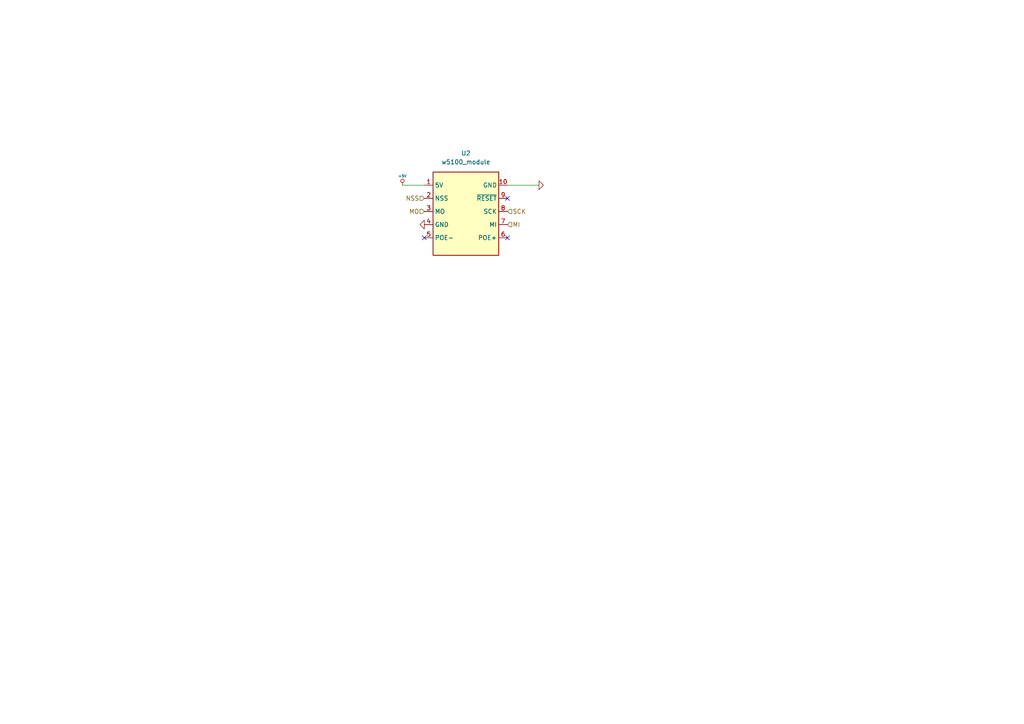
<source format=kicad_sch>
(kicad_sch (version 20211123) (generator eeschema)
  (paper "A4")
  (title_block (title "Datalogger para SCTV") (date "2023-10-20") (rev "1.0") (company "Servicio Meteorológico Nacional - FIUBA - UBA") (comment 1 "poner repo") (comment 2 "Autores y Licencia del poncho: Cristian Aranda (FIUBA), ver archivo licence.txt") (comment 3 "Autor del poncho: Cristian Zozimo Aranda Cordero.  Ver directorio \"doc\"") (comment 4 "CÓDIGO PONCHO: DT1"))
  (lib_symbols
    (symbol "Misc_Poncho_Grande:+5V" (power) (pin_names (offset 1.016))
      (property "Value" "+5V" (at 0 2.286 0))
      (symbol "+5V_0_0"
        (pin power_in line (at 0 0 90) (length 0) hide (name "+5V") (number "1"))
      )
      (symbol "+5V_0_1"
        (polyline (pts (xy 0 0) (xy 0 0.762) (xy 0 0.762) (xy 0 0.762)))
        (circle (center 0 1.27) (radius 0.508))
      )
    )
    (symbol "Misc_Poncho_Grande:GND" (power) (pin_names (offset 0))
      (symbol "GND_0_1"
        (polyline (pts (xy -1.27 0) (xy 0 -1.27) (xy 1.27 0) (xy -1.27 0)))
      )
      (symbol "GND_1_1"
        (pin power_in line (at 0 0 90) (length 0) hide (name "GND") (number "1"))
      )
    )
    (symbol "New_Library:w5100_module"
      (property "Reference" "U" (at 0 0 0))
      (property "Value" "w5100_module" (at 0 -3.81 0))
      (symbol "w5100_module_0_1"
        (rectangle (start -8.89 26.67) (end 10.16 2.54) (stroke (width 0.254)) (fill (type background)))
      )
      (symbol "w5100_module_1_1"
        (pin power_in line (at -11.43 22.86 0) (length 2.54) (name "5V") (number "1"))
        (pin power_in line (at 12.7 22.86 180) (length 2.54) (name "GND") (number "10"))
        (pin bidirectional line (at -11.43 19.05 0) (length 2.54) (name "NSS") (number "2"))
        (pin bidirectional line (at -11.43 15.24 0) (length 2.54) (name "MO") (number "3"))
        (pin power_in line (at -11.43 11.43 0) (length 2.54) (name "GND") (number "4"))
        (pin power_in line (at -11.43 7.62 0) (length 2.54) (name "POE-") (number "5"))
        (pin power_in line (at 12.7 7.62 180) (length 2.54) (name "POE+") (number "6"))
        (pin bidirectional line (at 12.7 11.43 180) (length 2.54) (name "MI") (number "7"))
        (pin bidirectional line (at 12.7 15.24 180) (length 2.54) (name "SCK") (number "8"))
        (pin input line (at 12.7 19.05 180) (length 2.54) (name "~{RESET}") (number "9"))
      )
    )
  )
  (no_connect (at 147.193 68.961))
  (no_connect (at 123.063 68.961))
  (no_connect (at 147.193 57.531))
  (wire (pts (xy 147.193 53.721) (xy 156.337 53.721)))
  (wire (pts (xy 116.713 53.721) (xy 123.063 53.721)))
  (hierarchical_label "MO" (shape input) (at 123.063 61.341 180))
  (hierarchical_label "MI" (shape input) (at 147.193 65.151 0))
  (hierarchical_label "SCK" (shape input) (at 147.193 61.341 0))
  (hierarchical_label "NSS" (shape input) (at 123.063 57.531 180))
  (symbol (lib_id "Misc_Poncho_Grande:GND") (at 156.337 53.721 90) (unit 1)
    (property "Reference" "#PWR014" (effects hide))
    (property "Value" "GND" (effects hide))
  )
  (symbol (lib_id "New_Library:w5100_module") (at 134.493 76.581 0) (unit 1)
    (property "Reference" "U2" (at 135.128 44.45 0))
    (property "Value" "w5100_module" (at 135.128 46.99 0))
    (property "Footprint" "Modulos:W5100_module" (effects hide))
  )
  (symbol (lib_id "Misc_Poncho_Grande:+5V") (at 116.713 53.721 0) (unit 1)
    (property "Reference" "#PWR013" (effects hide))
    (property "Value" "+5V" (at 116.713 51.054 0) (effects (font (size 0.762 0.762))))
  )
  (symbol (lib_id "Misc_Poncho_Grande:GND") (at 123.063 65.151 270) (unit 1)
    (property "Reference" "#PWR0102" (effects hide))
    (property "Value" "GND" (effects hide))
  )
)
</source>
